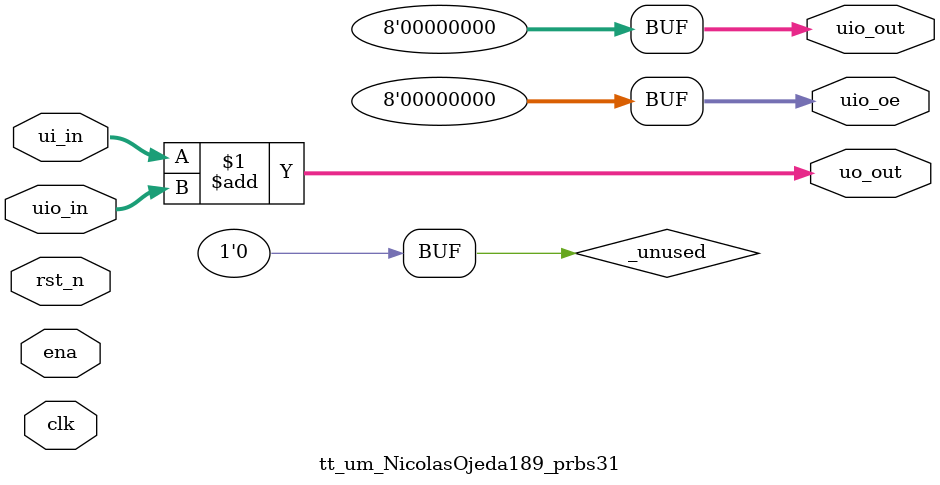
<source format=v>
/*
 * Copyright (c) 2024 Your Name
 * SPDX-License-Identifier: Apache-2.0
 */

`default_nettype none

module tt_um_NicolasOjeda189_prbs31 (
    input  wire [7:0] ui_in,    // Dedicated inputs
    output wire [7:0] uo_out,   // Dedicated outputs
    input  wire [7:0] uio_in,   // IOs: Input path
    output wire [7:0] uio_out,  // IOs: Output path
    output wire [7:0] uio_oe,   // IOs: Enable path (active high: 0=input, 1=output)
    input  wire       ena,      // always 1 when the design is powered, so you can ignore it
    input  wire       clk,      // clock
    input  wire       rst_n     // reset_n - low to reset
);

  // All output pins must be assigned. If not used, assign to 0.
  assign uo_out  = ui_in + uio_in;  // Example: ou_out is the sum of ui_in and uio_in
  assign uio_out = 0;
  assign uio_oe  = 0;

  // List all unused inputs to prevent warnings
  wire _unused = &{ena, clk, rst_n, 1'b0};

endmodule

</source>
